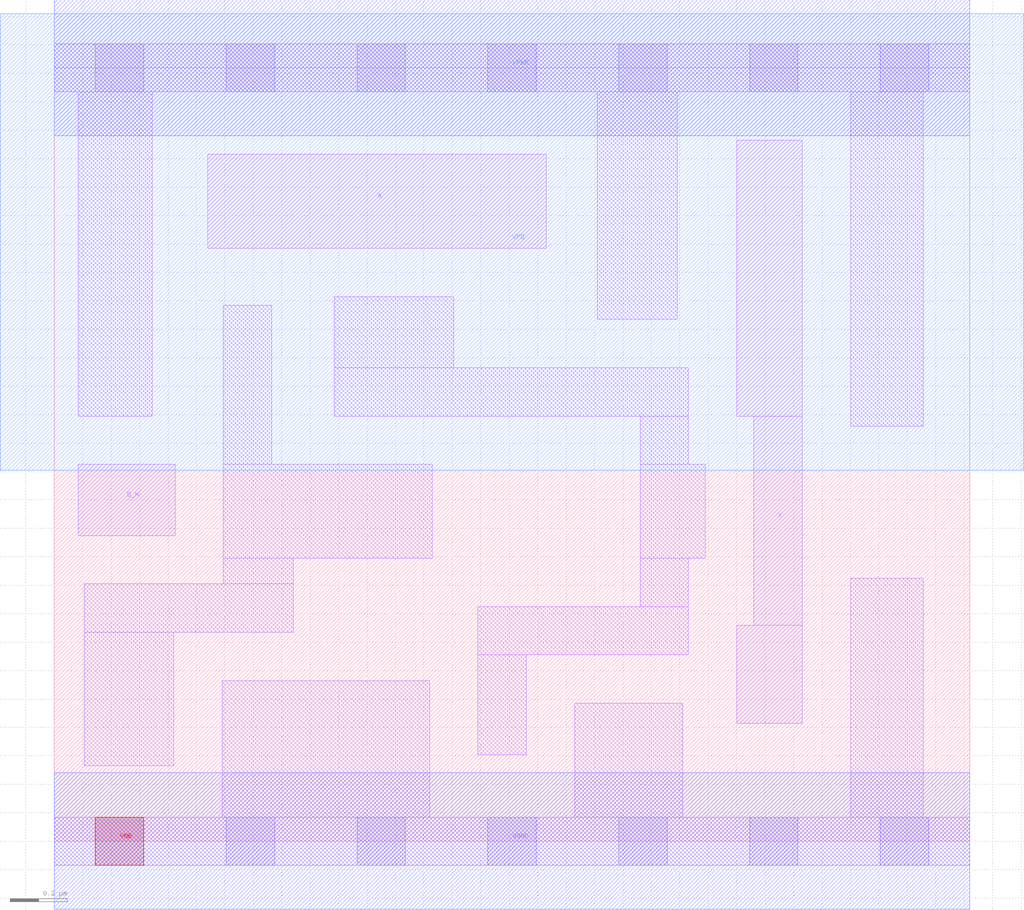
<source format=lef>
# Copyright 2020 The SkyWater PDK Authors
#
# Licensed under the Apache License, Version 2.0 (the "License");
# you may not use this file except in compliance with the License.
# You may obtain a copy of the License at
#
#     https://www.apache.org/licenses/LICENSE-2.0
#
# Unless required by applicable law or agreed to in writing, software
# distributed under the License is distributed on an "AS IS" BASIS,
# WITHOUT WARRANTIES OR CONDITIONS OF ANY KIND, either express or implied.
# See the License for the specific language governing permissions and
# limitations under the License.
#
# SPDX-License-Identifier: Apache-2.0

VERSION 5.7 ;
  NOWIREEXTENSIONATPIN ON ;
  DIVIDERCHAR "/" ;
  BUSBITCHARS "[]" ;
MACRO sky130_fd_sc_hd__or2b_2
  CLASS CORE ;
  FOREIGN sky130_fd_sc_hd__or2b_2 ;
  ORIGIN  0.000000  0.000000 ;
  SIZE  3.220000 BY  2.720000 ;
  SYMMETRY X Y R90 ;
  SITE unithd ;
  PIN A
    ANTENNAGATEAREA  0.126000 ;
    DIRECTION INPUT ;
    USE SIGNAL ;
    PORT
      LAYER li1 ;
        RECT 0.540000 2.085000 1.730000 2.415000 ;
    END
  END A
  PIN B_N
    ANTENNAGATEAREA  0.126000 ;
    DIRECTION INPUT ;
    USE SIGNAL ;
    PORT
      LAYER li1 ;
        RECT 0.085000 1.075000 0.425000 1.325000 ;
    END
  END B_N
  PIN X
    ANTENNADIFFAREA  0.445500 ;
    DIRECTION OUTPUT ;
    USE SIGNAL ;
    PORT
      LAYER li1 ;
        RECT 2.400000 0.415000 2.630000 0.760000 ;
        RECT 2.400000 1.495000 2.630000 2.465000 ;
        RECT 2.460000 0.760000 2.630000 1.495000 ;
    END
  END X
  PIN VGND
    DIRECTION INOUT ;
    SHAPE ABUTMENT ;
    USE GROUND ;
    PORT
      LAYER met1 ;
        RECT 0.000000 -0.240000 3.220000 0.240000 ;
    END
  END VGND
  PIN VNB
    DIRECTION INOUT ;
    USE GROUND ;
    PORT
      LAYER pwell ;
        RECT 0.145000 -0.085000 0.315000 0.085000 ;
    END
  END VNB
  PIN VPB
    DIRECTION INOUT ;
    USE POWER ;
    PORT
      LAYER nwell ;
        RECT -0.190000 1.305000 3.410000 2.910000 ;
    END
  END VPB
  PIN VPWR
    DIRECTION INOUT ;
    SHAPE ABUTMENT ;
    USE POWER ;
    PORT
      LAYER met1 ;
        RECT 0.000000 2.480000 3.220000 2.960000 ;
    END
  END VPWR
  OBS
    LAYER li1 ;
      RECT 0.000000 -0.085000 3.220000 0.085000 ;
      RECT 0.000000  2.635000 3.220000 2.805000 ;
      RECT 0.085000  1.495000 0.345000 2.635000 ;
      RECT 0.105000  0.265000 0.420000 0.735000 ;
      RECT 0.105000  0.735000 0.840000 0.905000 ;
      RECT 0.590000  0.085000 1.320000 0.565000 ;
      RECT 0.595000  0.905000 0.840000 0.995000 ;
      RECT 0.595000  0.995000 1.330000 1.325000 ;
      RECT 0.595000  1.325000 0.765000 1.885000 ;
      RECT 0.985000  1.495000 2.230000 1.665000 ;
      RECT 0.985000  1.665000 1.405000 1.915000 ;
      RECT 1.490000  0.305000 1.660000 0.655000 ;
      RECT 1.490000  0.655000 2.230000 0.825000 ;
      RECT 1.830000  0.085000 2.210000 0.485000 ;
      RECT 1.910000  1.835000 2.190000 2.635000 ;
      RECT 2.060000  0.825000 2.230000 0.995000 ;
      RECT 2.060000  0.995000 2.290000 1.325000 ;
      RECT 2.060000  1.325000 2.230000 1.495000 ;
      RECT 2.800000  0.085000 3.055000 0.925000 ;
      RECT 2.800000  1.460000 3.055000 2.635000 ;
    LAYER mcon ;
      RECT 0.145000 -0.085000 0.315000 0.085000 ;
      RECT 0.145000  2.635000 0.315000 2.805000 ;
      RECT 0.605000 -0.085000 0.775000 0.085000 ;
      RECT 0.605000  2.635000 0.775000 2.805000 ;
      RECT 1.065000 -0.085000 1.235000 0.085000 ;
      RECT 1.065000  2.635000 1.235000 2.805000 ;
      RECT 1.525000 -0.085000 1.695000 0.085000 ;
      RECT 1.525000  2.635000 1.695000 2.805000 ;
      RECT 1.985000 -0.085000 2.155000 0.085000 ;
      RECT 1.985000  2.635000 2.155000 2.805000 ;
      RECT 2.445000 -0.085000 2.615000 0.085000 ;
      RECT 2.445000  2.635000 2.615000 2.805000 ;
      RECT 2.905000 -0.085000 3.075000 0.085000 ;
      RECT 2.905000  2.635000 3.075000 2.805000 ;
  END
END sky130_fd_sc_hd__or2b_2
END LIBRARY

</source>
